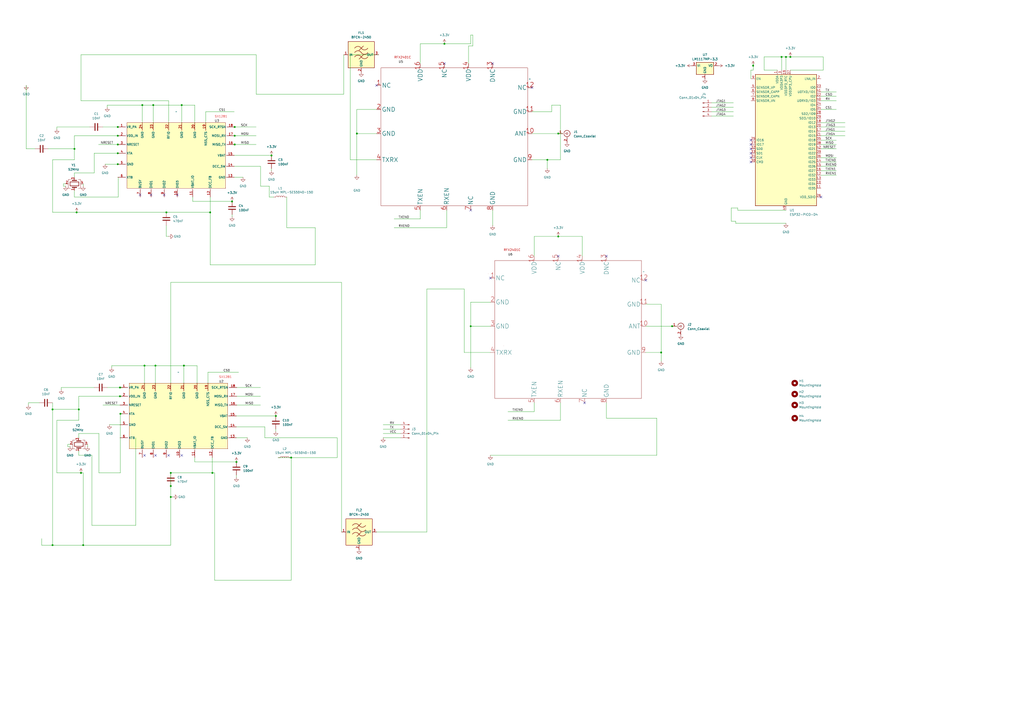
<source format=kicad_sch>
(kicad_sch (version 20250114) (generator "eeschema") (generator_version "9.0")
  (paper "A2")
  (lib_symbols
    (symbol "Connector:Conn_01x04_Pin" (pin_names (offset 1.016) (hide yes))
      (property "Reference" "J" (at 0 5.08 0))
      (property "Value" "Conn_01x04_Pin" (at 0 -7.62 0))
      (symbol "Conn_01x04_Pin_1_1"
        (rectangle (start 0.8636 2.667) (end 0 2.413) (stroke (width 0.1524)) (fill (type outline)))
        (rectangle (start 0.8636 0.127) (end 0 -0.127) (stroke (width 0.1524)) (fill (type outline)))
        (rectangle (start 0.8636 -2.413) (end 0 -2.667) (stroke (width 0.1524)) (fill (type outline)))
        (rectangle (start 0.8636 -4.953) (end 0 -5.207) (stroke (width 0.1524)) (fill (type outline)))
        (polyline (pts (xy 1.27 2.54) (xy 0.8636 2.54)) (stroke (width 0.1524)))
        (polyline (pts (xy 1.27 0) (xy 0.8636 0)) (stroke (width 0.1524)))
        (polyline (pts (xy 1.27 -2.54) (xy 0.8636 -2.54)) (stroke (width 0.1524)))
        (polyline (pts (xy 1.27 -5.08) (xy 0.8636 -5.08)) (stroke (width 0.1524)))
        (pin passive line (at 5.08 2.54 180) (length 3.81) (name "Pin_1") (number "1"))
        (pin passive line (at 5.08 0 180) (length 3.81) (name "Pin_2") (number "2"))
        (pin passive line (at 5.08 -2.54 180) (length 3.81) (name "Pin_3") (number "3"))
        (pin passive line (at 5.08 -5.08 180) (length 3.81) (name "Pin_4") (number "4"))
      )
    )
    (symbol "Connector:Conn_Coaxial" (pin_names (offset 1.016) (hide yes))
      (property "Reference" "J" (at 0.254 3.048 0))
      (property "Value" "Conn_Coaxial" (at 2.921 0 90))
      (symbol "Conn_Coaxial_0_1"
        (polyline (pts (xy -2.54 0) (xy -0.508 0)))
        (arc (start 1.778 0) (mid 0.222 -1.8079) (end -1.778 -0.508) (stroke (width 0.254)))
        (arc (start -1.778 0.508) (mid 0.2221 1.8084) (end 1.778 0) (stroke (width 0.254)))
        (circle (center 0 0) (radius 0.508) (stroke (width 0.2032)))
        (polyline (pts (xy 0 -2.54) (xy 0 -1.778)))
      )
      (symbol "Conn_Coaxial_1_1"
        (pin passive line (at -5.08 0 0) (length 2.54) (name "In") (number "1"))
        (pin passive line (at 0 -5.08 90) (length 2.54) (name "Ext") (number "2"))
      )
    )
    (symbol "Device:C" (pin_numbers (hide yes)) (pin_names (offset 0.254))
      (property "Reference" "C" (at 0.635 2.54 0))
      (property "Value" "C" (at 0.635 -2.54 0))
      (symbol "C_0_1"
        (polyline (pts (xy -2.032 0.762) (xy 2.032 0.762)) (stroke (width 0.508)))
        (polyline (pts (xy -2.032 -0.762) (xy 2.032 -0.762)) (stroke (width 0.508)))
      )
      (symbol "C_1_1"
        (pin passive line (at 0 3.81 270) (length 2.794) (name "~") (number "1"))
        (pin passive line (at 0 -3.81 90) (length 2.794) (name "~") (number "2"))
      )
    )
    (symbol "Device:Crystal_GND24" (pin_names (offset 1.016) (hide yes))
      (property "Reference" "Y" (at 3.175 5.08 0))
      (property "Value" "Crystal_GND24" (at 3.175 3.175 0))
      (symbol "Crystal_GND24_0_1"
        (polyline (pts (xy -2.54 2.286) (xy -2.54 3.556) (xy 2.54 3.556) (xy 2.54 2.286)))
        (polyline (pts (xy -2.54 0) (xy -2.032 0)))
        (polyline (pts (xy -2.54 -2.286) (xy -2.54 -3.556) (xy 2.54 -3.556) (xy 2.54 -2.286)))
        (polyline (pts (xy -2.032 -1.27) (xy -2.032 1.27)) (stroke (width 0.508)))
        (rectangle (start -1.143 2.54) (end 1.143 -2.54) (stroke (width 0.3048)))
        (polyline (pts (xy 0 3.556) (xy 0 3.81)))
        (polyline (pts (xy 0 -3.81) (xy 0 -3.556)))
        (polyline (pts (xy 2.032 0) (xy 2.54 0)))
        (polyline (pts (xy 2.032 -1.27) (xy 2.032 1.27)) (stroke (width 0.508)))
      )
      (symbol "Crystal_GND24_1_1"
        (pin passive line (at -3.81 0 0) (length 1.27) (name "1") (number "1"))
        (pin passive line (at 0 5.08 270) (length 1.27) (name "2") (number "2"))
        (pin passive line (at 0 -5.08 90) (length 1.27) (name "4") (number "4"))
        (pin passive line (at 3.81 0 180) (length 1.27) (name "3") (number "3"))
      )
    )
    (symbol "Device:L" (pin_numbers (hide yes)) (pin_names (offset 1.016) (hide yes))
      (property "Reference" "L" (at -1.27 0 90))
      (property "Value" "L" (at 1.905 0 90))
      (symbol "L_0_1"
        (arc (start 0 2.54) (mid 0.6323 1.905) (end 0 1.27))
        (arc (start 0 1.27) (mid 0.6323 0.635) (end 0 0))
        (arc (start 0 0) (mid 0.6323 -0.635) (end 0 -1.27))
        (arc (start 0 -1.27) (mid 0.6323 -1.905) (end 0 -2.54))
      )
      (symbol "L_1_1"
        (pin passive line (at 0 3.81 270) (length 1.27) (name "1") (number "1"))
        (pin passive line (at 0 -3.81 90) (length 1.27) (name "2") (number "2"))
      )
    )
    (symbol "MCU_Espressif:ESP32-PICO-D4"
      (property "Reference" "U" (at -17.78 39.37 0))
      (property "Value" "ESP32-PICO-D4" (at 3.81 39.37 0))
      (symbol "ESP32-PICO-D4_0_0"
        (pin input line (at -20.32 35.56 0) (length 2.54) (name "EN") (number "9"))
        (pin input line (at -20.32 30.48 0) (length 2.54) (name "SENSOR_VP") (number "5"))
        (pin input line (at -20.32 27.94 0) (length 2.54) (name "SENSOR_CAPP") (number "6"))
        (pin input line (at -20.32 25.4 0) (length 2.54) (name "SENSOR_CAPN") (number "7"))
        (pin input line (at -20.32 22.86 0) (length 2.54) (name "SENSOR_VN") (number "8"))
        (pin bidirectional line (at -20.32 0 0) (length 2.54) (name "IO16") (number "25"))
        (pin bidirectional line (at -20.32 -2.54 0) (length 2.54) (name "IO17") (number "27"))
        (pin bidirectional line (at -20.32 -5.08 0) (length 2.54) (name "SD0") (number "32"))
        (pin bidirectional line (at -20.32 -7.62 0) (length 2.54) (name "SD1") (number "33"))
        (pin bidirectional line (at -20.32 -10.16 0) (length 2.54) (name "CLK") (number "31"))
        (pin bidirectional line (at -20.32 -12.7 0) (length 2.54) (name "CMD") (number "30"))
        (pin no_connect line (at -17.78 -25.4 0) (length 2.54) (hide yes) (name "XTAL_N_NC") (number "44"))
        (pin no_connect line (at -17.78 -27.94 0) (length 2.54) (hide yes) (name "XTAL_P_NC") (number "45"))
        (pin no_connect line (at -17.78 -30.48 0) (length 2.54) (hide yes) (name "CAP2_NC") (number "47"))
        (pin no_connect line (at -17.78 -33.02 0) (length 2.54) (hide yes) (name "CAP1_NC") (number "48"))
        (pin power_in line (at -5.08 40.64 270) (length 2.54) (name "VDDA") (number "1"))
        (pin passive line (at -5.08 40.64 270) (length 2.54) (hide yes) (name "VDDA") (number "43"))
        (pin passive line (at -5.08 40.64 270) (length 2.54) (hide yes) (name "VDDA") (number "46"))
        (pin power_in line (at -2.54 40.64 270) (length 2.54) (name "VDDA3P3") (number "3"))
        (pin passive line (at -2.54 40.64 270) (length 2.54) (hide yes) (name "VDDA3P3") (number "4"))
        (pin power_in line (at 0 40.64 270) (length 2.54) (name "VDD3P3_RTC") (number "19"))
        (pin power_in line (at 0 -40.64 90) (length 2.54) (name "GND") (number "49"))
        (pin power_in line (at 2.54 40.64 270) (length 2.54) (name "VDD3P3_CPU") (number "37"))
        (pin bidirectional line (at 20.32 35.56 180) (length 2.54) (name "LNA_IN") (number "2"))
        (pin bidirectional line (at 20.32 30.48 180) (length 2.54) (name "IO0") (number "23"))
        (pin bidirectional line (at 20.32 27.94 180) (length 2.54) (name "U0TXD/IO1") (number "41"))
        (pin bidirectional line (at 20.32 25.4 180) (length 2.54) (name "IO2") (number "22"))
        (pin bidirectional line (at 20.32 22.86 180) (length 2.54) (name "U0RXD/IO3") (number "40"))
        (pin bidirectional line (at 20.32 20.32 180) (length 2.54) (name "IO4") (number "24"))
        (pin bidirectional line (at 20.32 17.78 180) (length 2.54) (name "IO5") (number "34"))
        (pin bidirectional line (at 20.32 15.24 180) (length 2.54) (name "SD2/IO9") (number "28"))
        (pin bidirectional line (at 20.32 12.7 180) (length 2.54) (name "SD3/IO10") (number "29"))
        (pin bidirectional line (at 20.32 10.16 180) (length 2.54) (name "IO12") (number "18"))
        (pin bidirectional line (at 20.32 7.62 180) (length 2.54) (name "IO13") (number "20"))
        (pin bidirectional line (at 20.32 5.08 180) (length 2.54) (name "IO14") (number "17"))
        (pin bidirectional line (at 20.32 2.54 180) (length 2.54) (name "IO15") (number "21"))
        (pin bidirectional line (at 20.32 0 180) (length 2.54) (name "IO18") (number "35"))
        (pin bidirectional line (at 20.32 -2.54 180) (length 2.54) (name "IO19") (number "38"))
        (pin bidirectional line (at 20.32 -5.08 180) (length 2.54) (name "IO21") (number "42"))
        (pin bidirectional line (at 20.32 -7.62 180) (length 2.54) (name "IO22") (number "39"))
        (pin bidirectional line (at 20.32 -10.16 180) (length 2.54) (name "IO23") (number "36"))
        (pin bidirectional line (at 20.32 -12.7 180) (length 2.54) (name "IO25") (number "14"))
        (pin bidirectional line (at 20.32 -15.24 180) (length 2.54) (name "IO26") (number "15"))
        (pin bidirectional line (at 20.32 -17.78 180) (length 2.54) (name "IO27") (number "16"))
        (pin bidirectional line (at 20.32 -20.32 180) (length 2.54) (name "IO32") (number "12"))
        (pin bidirectional line (at 20.32 -22.86 180) (length 2.54) (name "IO33") (number "13"))
        (pin input line (at 20.32 -25.4 180) (length 2.54) (name "IO34") (number "10"))
        (pin input line (at 20.32 -27.94 180) (length 2.54) (name "IO35") (number "11"))
        (pin power_out line (at 20.32 -33.02 180) (length 2.54) (name "VDD_SDIO") (number "26"))
      )
      (symbol "ESP32-PICO-D4_0_1"
        (rectangle (start -17.78 38.1) (end 17.78 -38.1) (stroke (width 0.254)) (fill (type background)))
      )
    )
    (symbol "Mechanical:MountingHole" (pin_names (offset 1.016)) (in_bom no)
      (property "Reference" "H" (at 0 5.08 0))
      (property "Value" "MountingHole" (at 0 3.175 0))
      (symbol "MountingHole_0_1"
        (circle (center 0 0) (radius 1.27) (stroke (width 1.27)))
      )
    )
    (symbol "New_Library:RF2401C"
      (symbol "RF2401C_0_1"
        (rectangle (start -97.79 27.94) (end -97.79 27.94))
        (rectangle (start -95.25 27.94) (end -95.25 27.94))
        (rectangle (start -93.98 35.56) (end -8.89 -44.45))
        (rectangle (start -88.9 -13.97) (end -88.9 -13.97))
      )
      (symbol "RF2401C_1_1"
        (pin input line (at -96.52 25.4 0) (length 2.54) (name "NC") (number "1"))
        (pin input line (at -96.52 11.43 0) (length 2.54) (name "GND") (number "2"))
        (pin input line (at -96.52 -2.54 0) (length 2.54) (name "GND") (number "3"))
        (pin input line (at -96.52 -17.78 0) (length 2.54) (name "TXRX") (number "4"))
        (pin input line (at -71.12 38.1 270) (length 2.54) (name "VDD") (number "16"))
        (pin input line (at -71.12 -46.99 90) (length 2.54) (name "TXEN") (number "5"))
        (pin input line (at -57.15 38.1 270) (length 2.54) (name "NC") (number "15"))
        (pin input line (at -55.88 -46.99 90) (length 2.54) (name "RXEN") (number "6"))
        (pin input line (at -43.18 38.1 270) (length 2.54) (name "VDD") (number "14"))
        (pin input line (at -41.91 -46.99 90) (length 2.54) (name "NC") (number "7"))
        (pin input line (at -29.21 38.1 270) (length 2.54) (name "DNC") (number "13"))
        (pin input line (at -29.21 -46.99 90) (length 2.54) (name "GND") (number "8"))
        (pin input line (at -6.35 24.13 180) (length 2.54) (name "NC") (number "12"))
        (pin input line (at -6.35 10.16 180) (length 2.54) (name "GND") (number "11"))
        (pin input line (at -6.35 -2.54 180) (length 2.54) (name "ANT") (number "10"))
        (pin input line (at -6.35 -17.78 180) (length 2.54) (name "GND") (number "9"))
      )
    )
    (symbol "RF_Filter:BFCN-2450"
      (property "Reference" "FL" (at 0 10.795 0))
      (property "Value" "BFCN-2450" (at 0 8.89 0))
      (symbol "BFCN-2450_0_1"
        (rectangle (start -7.62 7.62) (end 7.62 -7.62) (stroke (width 0.254)) (fill (type background)))
        (arc (start -3.81 3.81) (mid -1.905 4.8295) (end 0 3.81) (stroke (width 0.254)))
        (arc (start -3.81 1.27) (mid -1.905 2.2895) (end 0 1.27) (stroke (width 0.254)))
        (arc (start -3.81 -1.27) (mid -1.905 -0.2505) (end 0 -1.27) (stroke (width 0.254)))
        (polyline (pts (xy -1.27 2.54) (xy 1.27 5.08)) (stroke (width 0.254)))
        (polyline (pts (xy -1.27 -2.54) (xy 1.27 0)) (stroke (width 0.254)))
        (arc (start 3.81 3.81) (mid 1.905 2.7905) (end 0 3.81) (stroke (width 0.254)))
        (arc (start 3.81 1.27) (mid 1.905 0.2505) (end 0 1.27) (stroke (width 0.254)))
        (arc (start 3.81 -1.27) (mid 1.905 -2.2895) (end 0 -1.27) (stroke (width 0.254)))
      )
      (symbol "BFCN-2450_1_1"
        (pin passive line (at -10.16 0 0) (length 2.54) (name "IN") (number "1"))
        (pin passive line (at 0 -10.16 90) (length 2.54) (name "GND") (number "2"))
        (pin passive line (at 0 -10.16 90) (length 2.54) (hide yes) (name "GND") (number "4"))
        (pin passive line (at 10.16 0 180) (length 2.54) (name "OUT") (number "3"))
      )
    )
    (symbol "Regulator_Linear:LM1117MP-3.3"
      (property "Reference" "U" (at -3.81 3.175 0))
      (property "Value" "LM1117MP-3.3" (at 0 3.175 0))
      (symbol "LM1117MP-3.3_0_1"
        (rectangle (start -5.08 -5.08) (end 5.08 1.905) (stroke (width 0.254)) (fill (type background)))
      )
      (symbol "LM1117MP-3.3_1_1"
        (pin power_in line (at -7.62 0 0) (length 2.54) (name "VI") (number "3"))
        (pin power_in line (at 0 -7.62 90) (length 2.54) (name "GND") (number "1"))
        (pin power_out line (at 7.62 0 180) (length 2.54) (name "VO") (number "2"))
      )
    )
    (symbol "SX1281_1"
      (property "Value" "~" (at -3.175 6.35 0))
      (symbol "SX1281_1_0_1"
        (rectangle (start 25.4 -38.1) (end 25.4 -38.1))
        (rectangle (start 25.4 -38.1) (end 25.4 -38.1))
        (rectangle (start 25.4 -38.1) (end 25.4 -38.1))
      )
      (symbol "SX1281_1_1_1"
        (rectangle (start -31.75 0) (end 25.4 -38.1) (fill (type background)))
        (pin input line (at -37.084 -2.54 0) (length 4.572) (name "VR_PA") (number "1"))
        (pin input line (at -37.084 -7.62 0) (length 4.572) (name "VDD_IN") (number "2"))
        (pin input line (at -37.084 -12.7 0) (length 4.572) (name "NRESET") (number "3"))
        (pin input line (at -37.084 -17.78 0) (length 4.572) (name "XTA") (number "4"))
        (pin input line (at -37.084 -24.13 0) (length 4.572) (name "GND") (number "5"))
        (pin input line (at -37.084 -31.75 0) (length 4.572) (name "XTB") (number "6"))
        (pin input line (at -24.13 -43.18 90) (length 4.572) (name "BUSY") (number "7"))
        (pin power_in line (at -22.86 0 270) (length 4.572) (name "GND") (number "24"))
        (pin bidirectional line (at -17.78 -43.18 90) (length 4.572) (name "DIO1") (number "8"))
        (pin power_in line (at -16.51 0 270) (length 4.572) (name "GND") (number "23"))
        (pin bidirectional line (at -10.16 -43.18 90) (length 4.572) (name "DIO2") (number "9"))
        (pin bidirectional line (at -7.62 0 270) (length 4.572) (name "RFIO") (number "22"))
        (pin bidirectional line (at -2.54 -43.18 90) (length 4.572) (name "DIO3") (number "10"))
        (pin power_in line (at 0 0 270) (length 4.572) (name "GND") (number "21"))
        (pin bidirectional line (at 6.35 -43.18 90) (length 4.572) (name "VBAT_IO") (number "11"))
        (pin power_in line (at 7.62 0 270) (length 4.572) (name "GND") (number "20"))
        (pin input line (at 13.97 0 270) (length 4.572) (name "NSS_CTS") (number "19"))
        (pin bidirectional line (at 16.51 -43.18 90) (length 4.572) (name "DCC_FB") (number "12"))
        (pin power_in line (at 30.48 -19.05 180) (length 4.572) (name "VBAT") (number "15"))
        (pin bidirectional line (at 30.48 -25.4 180) (length 4.572) (name "DCC_SW") (number "14"))
        (pin input line (at 30.48 -31.75 180) (length 4.572) (name "GND") (number "13"))
        (pin input line (at 30.734 -2.54 180) (length 4.572) (name "SCK_RTSN") (number "18"))
        (pin input line (at 30.734 -7.62 180) (length 4.572) (name "MOSI_RX") (number "17"))
        (pin output line (at 30.734 -12.7 180) (length 4.572) (name "MISO_TX") (number "16"))
      )
    )
    (symbol "power:+3.3V" (power) (pin_numbers (hide yes)) (pin_names (offset 0) (hide yes))
      (property "Value" "+3.3V" (at 0 3.556 0))
      (symbol "+3.3V_0_1"
        (polyline (pts (xy -0.762 1.27) (xy 0 2.54)))
        (polyline (pts (xy 0 2.54) (xy 0.762 1.27)))
        (polyline (pts (xy 0 0) (xy 0 2.54)))
      )
      (symbol "+3.3V_1_1"
        (pin power_in line (at 0 0 90) (length 0) (name "~") (number "1"))
      )
    )
    (symbol "power:GND" (power) (pin_numbers (hide yes)) (pin_names (offset 0) (hide yes))
      (property "Value" "GND" (at 0 -3.81 0))
      (symbol "GND_0_1"
        (polyline (pts (xy 0 0) (xy 0 -1.27) (xy 1.27 -1.27) (xy 0 -2.54) (xy -1.27 -1.27) (xy 0 -1.27)))
      )
      (symbol "GND_1_1"
        (pin power_in line (at 0 0 270) (length 0) (name "~") (number "1"))
      )
    )
  )
  (junction (at 43.18 86.36))
  (junction (at 68.326 73.66))
  (junction (at 389.89 189.23))
  (junction (at 168.91 265.43))
  (junction (at 207.01 77.47))
  (junction (at 273.05 189.23))
  (junction (at 68.326 78.74))
  (junction (at 157.48 90.17))
  (junction (at 68.326 83.82))
  (junction (at 69.85 240.03))
  (junction (at 160.02 241.3))
  (junction (at 68.326 95.25))
  (junction (at 134.62 116.84))
  (junction (at 69.596 224.79))
  (junction (at 68.326 88.9))
  (junction (at 88.9 60.96))
  (junction (at 83.82 212.09))
  (junction (at 30.48 237.49))
  (junction (at 96.52 123.19))
  (junction (at 106.68 212.09))
  (junction (at 99.06 288.29))
  (junction (at 99.06 281.94))
  (junction (at 257.81 25.4))
  (junction (at 121.92 123.19))
  (junction (at 455.93 33.02))
  (junction (at 323.85 77.47))
  (junction (at 99.06 274.32))
  (junction (at 137.16 267.97))
  (junction (at 323.85 137.16))
  (junction (at 453.39 33.02))
  (junction (at 45.72 237.49))
  (junction (at 136.144 83.82))
  (junction (at 44.45 123.19))
  (junction (at 48.26 316.23))
  (junction (at 105.41 60.96))
  (junction (at 136.144 73.66))
  (junction (at 46.99 274.32))
  (junction (at 82.55 60.96))
  (junction (at 317.5 92.71))
  (junction (at 69.596 229.87))
  (junction (at 458.47 33.02))
  (junction (at 383.54 204.47))
  (junction (at 136.144 78.74))
  (junction (at 30.48 316.23))
  (junction (at 90.17 212.09))
  (junction (at 123.19 274.32))
  (junction (at 436.88 38.1))
  (no_connect (at 284.48 161.29))
  (no_connect (at 374.65 162.56))
  (no_connect (at 435.61 93.98))
  (no_connect (at 285.75 36.83))
  (no_connect (at 87.63 113.03))
  (no_connect (at 323.85 148.59))
  (no_connect (at 97.79 264.16))
  (no_connect (at 95.25 113.03))
  (no_connect (at 90.17 264.16))
  (no_connect (at 351.79 148.59))
  (no_connect (at 81.28 113.03))
  (no_connect (at 435.61 81.28))
  (no_connect (at 218.44 49.53))
  (no_connect (at 435.61 86.36))
  (no_connect (at 339.09 233.68))
  (no_connect (at 476.25 114.3))
  (no_connect (at 308.61 50.8))
  (no_connect (at 105.41 264.16))
  (no_connect (at 435.61 91.44))
  (no_connect (at 435.61 83.82))
  (no_connect (at 435.61 88.9))
  (no_connect (at 273.05 121.92))
  (no_connect (at 83.82 264.16))
  (no_connect (at 102.87 113.03))
  (no_connect (at 257.81 36.83))
  (wire (pts (xy 43.18 100.33) (xy 43.18 102.87)))
  (wire (pts (xy 427.99 121.92) (xy 455.93 121.92)))
  (wire (pts (xy 309.88 233.68) (xy 309.88 238.76)))
  (wire (pts (xy 269.24 167.64) (xy 247.65 167.64)))
  (wire (pts (xy 27.94 86.36) (xy 43.18 86.36)))
  (wire (pts (xy 309.88 137.16) (xy 323.85 137.16)))
  (wire (pts (xy 199.39 54.61) (xy 199.39 31.75)))
  (wire (pts (xy 426.72 128.27) (xy 426.72 129.54)))
  (wire (pts (xy 68.326 78.74) (xy 43.18 78.74)))
  (wire (pts (xy 453.39 40.64) (xy 453.39 33.02)))
  (wire (pts (xy 195.58 265.43) (xy 168.91 265.43)))
  (wire (pts (xy 99.06 163.83) (xy 99.06 222.25)))
  (wire (pts (xy 309.88 148.59) (xy 309.88 137.16)))
  (wire (pts (xy 160.02 248.92) (xy 160.02 250.19)))
  (wire (pts (xy 476.25 58.42) (xy 485.14 58.42)))
  (wire (pts (xy 35.56 224.79) (xy 54.61 224.79)))
  (wire (pts (xy 243.84 25.4) (xy 257.81 25.4)))
  (wire (pts (xy 477.52 33.02) (xy 477.52 40.64)))
  (wire (pts (xy 46.99 31.75) (xy 46.99 58.42)))
  (wire (pts (xy 476.25 71.12) (xy 490.22 71.12)))
  (wire (pts (xy 54.61 100.33) (xy 43.18 100.33)))
  (wire (pts (xy 273.05 25.4) (xy 257.81 25.4)))
  (wire (pts (xy 166.37 132.08) (xy 166.37 114.3)))
  (wire (pts (xy 39.37 259.08) (xy 40.64 259.08)))
  (wire (pts (xy 45.72 237.49) (xy 45.72 243.84)))
  (wire (pts (xy 62.23 224.79) (xy 69.596 224.79)))
  (wire (pts (xy 325.12 60.96) (xy 325.12 92.71)))
  (wire (pts (xy 16.51 233.68) (xy 16.51 234.95)))
  (wire (pts (xy 443.23 40.64) (xy 443.23 33.02)))
  (wire (pts (xy 153.67 247.65) (xy 153.67 254)))
  (wire (pts (xy 96.52 137.16) (xy 96.52 130.81)))
  (wire (pts (xy 325.12 92.71) (xy 317.5 92.71)))
  (wire (pts (xy 68.326 73.66) (xy 68.58 73.66)))
  (wire (pts (xy 153.67 254) (xy 195.58 254)))
  (wire (pts (xy 111.76 116.84) (xy 134.62 116.84)))
  (wire (pts (xy 124.46 274.32) (xy 123.19 274.32)))
  (wire (pts (xy 443.23 40.64) (xy 450.85 40.64)))
  (wire (pts (xy 325.12 233.68) (xy 325.12 243.84)))
  (wire (pts (xy 168.91 265.43) (xy 168.91 336.55)))
  (wire (pts (xy 351.79 242.57) (xy 381 242.57)))
  (wire (pts (xy 476.25 55.88) (xy 485.14 55.88)))
  (wire (pts (xy 308.61 77.47) (xy 323.85 77.47)))
  (wire (pts (xy 273.05 175.26) (xy 273.05 189.23)))
  (wire (pts (xy 436.88 40.64) (xy 435.61 40.64)))
  (wire (pts (xy 68.58 102.87) (xy 68.58 114.3)))
  (wire (pts (xy 259.08 121.92) (xy 259.08 132.08)))
  (wire (pts (xy 60.96 95.25) (xy 68.326 95.25)))
  (wire (pts (xy 247.65 167.64) (xy 247.65 308.61)))
  (wire (pts (xy 43.18 92.71) (xy 30.48 92.71)))
  (wire (pts (xy 476.25 101.6) (xy 485.14 101.6)))
  (wire (pts (xy 476.25 81.28) (xy 485.14 81.28)))
  (wire (pts (xy 135.89 102.87) (xy 140.97 102.87)))
  (wire (pts (xy 383.54 176.53) (xy 383.54 204.47)))
  (wire (pts (xy 453.39 33.02) (xy 455.93 33.02)))
  (wire (pts (xy 43.18 110.49) (xy 43.18 114.3)))
  (wire (pts (xy 106.68 222.25) (xy 106.68 212.09)))
  (wire (pts (xy 121.92 123.19) (xy 121.92 114.3)))
  (wire (pts (xy 374.65 204.47) (xy 383.54 204.47)))
  (wire (pts (xy 113.03 267.97) (xy 137.16 267.97)))
  (wire (pts (xy 476.25 53.34) (xy 485.14 53.34)))
  (wire (pts (xy 57.15 83.82) (xy 68.326 83.82)))
  (wire (pts (xy 273.05 189.23) (xy 273.05 213.36)))
  (wire (pts (xy 106.68 212.09) (xy 114.3 212.09)))
  (wire (pts (xy 48.26 316.23) (xy 99.06 316.23)))
  (wire (pts (xy 476.25 93.98) (xy 485.14 93.98)))
  (wire (pts (xy 135.89 96.52) (xy 151.13 96.52)))
  (wire (pts (xy 36.83 107.95) (xy 38.1 107.95)))
  (wire (pts (xy 69.85 240.03) (xy 69.596 240.03)))
  (wire (pts (xy 48.26 316.23) (xy 48.26 274.32)))
  (wire (pts (xy 33.02 73.66) (xy 33.02 74.93)))
  (wire (pts (xy 269.24 204.47) (xy 269.24 167.64)))
  (wire (pts (xy 78.74 254) (xy 78.74 304.8)))
  (wire (pts (xy 476.25 99.06) (xy 485.14 99.06)))
  (wire (pts (xy 458.47 33.02) (xy 477.52 33.02)))
  (wire (pts (xy 476.25 86.36) (xy 485.14 86.36)))
  (wire (pts (xy 68.326 88.9) (xy 54.61 88.9)))
  (wire (pts (xy 157.48 97.79) (xy 157.48 99.06)))
  (wire (pts (xy 45.72 251.46) (xy 45.72 254)))
  (wire (pts (xy 69.596 229.87) (xy 71.12 229.87)))
  (wire (pts (xy 476.25 76.2) (xy 490.22 76.2)))
  (wire (pts (xy 351.79 233.68) (xy 351.79 242.57)))
  (wire (pts (xy 30.48 92.71) (xy 30.48 123.19)))
  (wire (pts (xy 82.55 60.96) (xy 62.23 60.96)))
  (wire (pts (xy 207.01 77.47) (xy 218.44 77.47)))
  (wire (pts (xy 182.88 153.67) (xy 121.92 153.67)))
  (wire (pts (xy 40.64 257.81) (xy 39.37 257.81)))
  (wire (pts (xy 111.76 114.3) (xy 111.76 116.84)))
  (wire (pts (xy 247.65 308.61) (xy 218.44 308.61)))
  (wire (pts (xy 59.69 73.66) (xy 68.326 73.66)))
  (wire (pts (xy 137.414 229.87) (xy 151.13 229.87)))
  (wire (pts (xy 30.48 123.19) (xy 44.45 123.19)))
  (wire (pts (xy 33.02 274.32) (xy 46.99 274.32)))
  (wire (pts (xy 198.12 163.83) (xy 198.12 308.61)))
  (wire (pts (xy 120.65 215.9) (xy 138.43 215.9)))
  (wire (pts (xy 96.52 137.16) (xy 97.79 137.16)))
  (wire (pts (xy 123.19 274.32) (xy 123.19 265.43)))
  (wire (pts (xy 182.88 132.08) (xy 182.88 153.67)))
  (wire (pts (xy 44.45 123.19) (xy 96.52 123.19)))
  (wire (pts (xy 62.23 60.96) (xy 62.23 62.23)))
  (wire (pts (xy 69.596 229.87) (xy 45.72 229.87)))
  (wire (pts (xy 274.32 26.67) (xy 271.78 26.67)))
  (wire (pts (xy 137.16 275.59) (xy 137.16 276.86)))
  (wire (pts (xy 182.88 132.08) (xy 166.37 132.08)))
  (wire (pts (xy 284.48 204.47) (xy 269.24 204.47)))
  (wire (pts (xy 320.04 64.77) (xy 308.61 64.77)))
  (wire (pts (xy 134.62 124.46) (xy 134.62 125.73)))
  (wire (pts (xy 137.414 234.95) (xy 151.13 234.95)))
  (wire (pts (xy 207.01 63.5) (xy 207.01 77.47)))
  (wire (pts (xy 323.85 137.16) (xy 337.82 137.16)))
  (wire (pts (xy 30.48 237.49) (xy 45.72 237.49)))
  (wire (pts (xy 222.25 254) (xy 232.41 254)))
  (wire (pts (xy 30.48 316.23) (xy 30.48 237.49)))
  (wire (pts (xy 294.64 238.76) (xy 309.88 238.76)))
  (wire (pts (xy 68.326 95.25) (xy 68.58 95.25)))
  (wire (pts (xy 222.25 246.38) (xy 232.41 246.38)))
  (wire (pts (xy 16.51 233.68) (xy 22.86 233.68)))
  (wire (pts (xy 381 264.16) (xy 284.48 264.16)))
  (wire (pts (xy 273.05 20.32) (xy 273.05 25.4)))
  (wire (pts (xy 38.1 106.68) (xy 36.83 106.68)))
  (wire (pts (xy 412.75 59.69) (xy 425.45 59.69)))
  (wire (pts (xy 476.25 83.82) (xy 485.14 83.82)))
  (wire (pts (xy 15.24 86.36) (xy 20.32 86.36)))
  (wire (pts (xy 83.82 212.09) (xy 64.77 212.09)))
  (wire (pts (xy 105.41 71.12) (xy 105.41 60.96)))
  (wire (pts (xy 57.404 251.46) (xy 45.72 251.46)))
  (wire (pts (xy 135.89 78.74) (xy 136.144 78.74)))
  (wire (pts (xy 82.55 71.12) (xy 82.55 60.96)))
  (wire (pts (xy 113.03 265.43) (xy 113.03 267.97)))
  (wire (pts (xy 15.24 86.36) (xy 15.24 49.53)))
  (wire (pts (xy 99.06 316.23) (xy 99.06 288.29)))
  (wire (pts (xy 24.13 316.23) (xy 30.48 316.23)))
  (wire (pts (xy 48.26 106.68) (xy 48.26 107.95)))
  (wire (pts (xy 136.144 78.74) (xy 148.59 78.74)))
  (wire (pts (xy 243.84 36.83) (xy 243.84 25.4)))
  (wire (pts (xy 323.85 77.47) (xy 326.39 77.47)))
  (wire (pts (xy 99.06 288.29) (xy 100.33 288.29)))
  (wire (pts (xy 96.52 123.19) (xy 121.92 123.19)))
  (wire (pts (xy 53.34 304.8) (xy 78.74 304.8)))
  (wire (pts (xy 97.79 58.42) (xy 97.79 71.12)))
  (wire (pts (xy 136.144 83.82) (xy 148.59 83.82)))
  (wire (pts (xy 33.02 243.84) (xy 33.02 274.32)))
  (wire (pts (xy 120.65 222.25) (xy 120.65 215.9)))
  (wire (pts (xy 35.56 224.79) (xy 35.56 226.06)))
  (wire (pts (xy 320.04 60.96) (xy 320.04 64.77)))
  (wire (pts (xy 99.06 288.29) (xy 99.06 281.94)))
  (wire (pts (xy 412.75 62.23) (xy 425.45 62.23)))
  (wire (pts (xy 317.5 92.71) (xy 317.5 97.79)))
  (wire (pts (xy 374.65 176.53) (xy 383.54 176.53)))
  (wire (pts (xy 119.38 64.77) (xy 135.89 64.77)))
  (wire (pts (xy 458.47 40.64) (xy 477.52 40.64)))
  (wire (pts (xy 69.85 274.32) (xy 57.404 274.32)))
  (wire (pts (xy 476.25 73.66) (xy 490.22 73.66)))
  (wire (pts (xy 436.88 36.83) (xy 436.88 38.1)))
  (wire (pts (xy 168.91 265.43) (xy 161.29 265.43)))
  (wire (pts (xy 53.34 264.16) (xy 45.72 264.16)))
  (wire (pts (xy 426.72 129.54) (xy 455.93 129.54)))
  (wire (pts (xy 284.48 175.26) (xy 273.05 175.26)))
  (wire (pts (xy 45.72 243.84) (xy 33.02 243.84)))
  (wire (pts (xy 135.89 90.17) (xy 157.48 90.17)))
  (wire (pts (xy 455.93 33.02) (xy 458.47 33.02)))
  (wire (pts (xy 435.61 40.64) (xy 435.61 45.72)))
  (wire (pts (xy 50.8 257.81) (xy 50.8 259.08)))
  (wire (pts (xy 228.6 127) (xy 243.84 127)))
  (wire (pts (xy 43.18 78.74) (xy 43.18 86.36)))
  (wire (pts (xy 45.72 264.16) (xy 45.72 261.62)))
  (wire (pts (xy 381 242.57) (xy 381 264.16)))
  (wire (pts (xy 39.37 257.81) (xy 39.37 259.08)))
  (wire (pts (xy 148.59 31.75) (xy 46.99 31.75)))
  (wire (pts (xy 168.91 336.55) (xy 124.46 336.55)))
  (wire (pts (xy 218.44 92.71) (xy 203.2 92.71)))
  (wire (pts (xy 455.93 40.64) (xy 455.93 33.02)))
  (wire (pts (xy 137.16 247.65) (xy 153.67 247.65)))
  (wire (pts (xy 320.04 60.96) (xy 325.12 60.96)))
  (wire (pts (xy 243.84 121.92) (xy 243.84 127)))
  (wire (pts (xy 285.75 121.92) (xy 285.75 130.81)))
  (wire (pts (xy 69.85 274.32) (xy 69.85 240.03)))
  (wire (pts (xy 207.01 77.47) (xy 207.01 101.6)))
  (wire (pts (xy 156.21 114.3) (xy 158.75 114.3)))
  (wire (pts (xy 24.13 316.23) (xy 24.13 312.42)))
  (wire (pts (xy 88.9 60.96) (xy 82.55 60.96)))
  (wire (pts (xy 54.61 88.9) (xy 54.61 100.33)))
  (wire (pts (xy 218.44 63.5) (xy 207.01 63.5)))
  (wire (pts (xy 424.18 128.27) (xy 426.72 128.27)))
  (wire (pts (xy 274.32 20.32) (xy 274.32 26.67)))
  (wire (pts (xy 412.75 64.77) (xy 425.45 64.77)))
  (wire (pts (xy 271.78 26.67) (xy 271.78 36.83)))
  (wire (pts (xy 90.17 212.09) (xy 106.68 212.09)))
  (wire (pts (xy 148.59 54.61) (xy 148.59 31.75)))
  (wire (pts (xy 308.61 92.71) (xy 317.5 92.71)))
  (wire (pts (xy 33.02 73.66) (xy 52.07 73.66)))
  (wire (pts (xy 424.18 120.65) (xy 424.18 128.27)))
  (wire (pts (xy 137.414 224.79) (xy 151.13 224.79)))
  (wire (pts (xy 156.21 107.95) (xy 156.21 114.3)))
  (wire (pts (xy 476.25 91.44) (xy 485.14 91.44)))
  (wire (pts (xy 389.89 189.23) (xy 392.43 189.23)))
  (wire (pts (xy 46.99 58.42) (xy 97.79 58.42)))
  (wire (pts (xy 119.38 71.12) (xy 119.38 64.77)))
  (wire (pts (xy 57.404 274.32) (xy 57.404 251.46)))
  (wire (pts (xy 294.64 243.84) (xy 325.12 243.84)))
  (wire (pts (xy 135.89 73.66) (xy 136.144 73.66)))
  (wire (pts (xy 48.26 274.32) (xy 46.99 274.32)))
  (wire (pts (xy 64.77 212.09) (xy 64.77 213.36)))
  (wire (pts (xy 135.89 83.82) (xy 136.144 83.82)))
  (wire (pts (xy 151.13 107.95) (xy 156.21 107.95)))
  (wire (pts (xy 427.99 120.65) (xy 427.99 121.92)))
  (wire (pts (xy 374.65 189.23) (xy 389.89 189.23)))
  (wire (pts (xy 148.59 54.61) (xy 199.39 54.61)))
  (wire (pts (xy 68.58 78.74) (xy 68.326 78.74)))
  (wire (pts (xy 136.144 73.66) (xy 148.59 73.66)))
  (wire (pts (xy 83.82 212.09) (xy 90.17 212.09)))
  (wire (pts (xy 114.3 222.25) (xy 114.3 212.09)))
  (wire (pts (xy 45.72 229.87) (xy 45.72 237.49)))
  (wire (pts (xy 424.18 120.65) (xy 427.99 120.65)))
  (wire (pts (xy 203.2 31.75) (xy 219.71 31.75)))
  (wire (pts (xy 124.46 336.55) (xy 124.46 274.32)))
  (wire (pts (xy 113.03 60.96) (xy 105.41 60.96)))
  (wire (pts (xy 30.48 237.49) (xy 30.48 233.68)))
  (wire (pts (xy 113.03 71.12) (xy 113.03 60.96)))
  (wire (pts (xy 69.596 224.79) (xy 71.12 224.79)))
  (wire (pts (xy 99.06 274.32) (xy 123.19 274.32)))
  (wire (pts (xy 59.69 234.95) (xy 69.596 234.95)))
  (wire (pts (xy 412.75 67.31) (xy 425.45 67.31)))
  (wire (pts (xy 198.12 163.83) (xy 99.06 163.83)))
  (wire (pts (xy 476.25 78.74) (xy 490.22 78.74)))
  (wire (pts (xy 121.92 153.67) (xy 121.92 123.19)))
  (wire (pts (xy 63.5 246.38) (xy 69.596 246.38)))
  (wire (pts (xy 228.6 132.08) (xy 259.08 132.08)))
  (wire (pts (xy 68.326 83.82) (xy 68.58 83.82)))
  (wire (pts (xy 443.23 33.02) (xy 453.39 33.02)))
  (wire (pts (xy 203.2 92.71) (xy 203.2 31.75)))
  (wire (pts (xy 383.54 204.47) (xy 383.54 209.55)))
  (wire (pts (xy 151.13 96.52) (xy 151.13 107.95)))
  (wire (pts (xy 83.82 222.25) (xy 83.82 212.09)))
  (wire (pts (xy 137.16 254) (xy 143.51 254)))
  (wire (pts (xy 337.82 137.16) (xy 337.82 148.59)))
  (wire (pts (xy 476.25 63.5) (xy 485.14 63.5)))
  (wire (pts (xy 30.48 316.23) (xy 48.26 316.23)))
  (wire (pts (xy 105.41 60.96) (xy 88.9 60.96)))
  (wire (pts (xy 53.34 264.16) (xy 53.34 304.8)))
  (wire (pts (xy 90.17 222.25) (xy 90.17 212.09)))
  (wire (pts (xy 137.16 241.3) (xy 160.02 241.3)))
  (wire (pts (xy 222.25 251.46) (xy 232.41 251.46)))
  (wire (pts (xy 195.58 254) (xy 195.58 265.43)))
  (wire (pts (xy 68.58 88.9) (xy 68.326 88.9)))
  (wire (pts (xy 273.05 20.32) (xy 274.32 20.32)))
  (wire (pts (xy 222.25 248.92) (xy 232.41 248.92)))
  (wire (pts (xy 69.85 240.03) (xy 71.12 240.03)))
  (wire (pts (xy 99.06 281.94) (xy 99.06 274.32)))
  (wire (pts (xy 273.05 189.23) (xy 284.48 189.23)))
  (wire (pts (xy 436.88 38.1) (xy 436.88 40.64)))
  (wire (pts (xy 88.9 71.12) (xy 88.9 60.96)))
  (wire (pts (xy 43.18 114.3) (xy 68.58 114.3)))
  (wire (pts (xy 36.83 106.68) (xy 36.83 107.95)))
  (wire (pts (xy 43.18 86.36) (xy 43.18 92.71)))
  (wire (pts (xy 476.25 96.52) (xy 485.14 96.52)))
  (label "MOSI" (at 139.7 78.74 0))
  (label "JTAG2" (at 415.29 62.23 0))
  (label "RXENO" (at 478.79 96.52 0))
  (label "NRESET" (at 477.52 86.36 0))
  (label "TXENO" (at 231.14 127 0))
  (label "RFX2401C" (at 292.1 146.05 0))
  (label "TX" (at 478.79 53.34 0))
  (label "SCK" (at 478.79 81.28 0))
  (label "JTAG1" (at 478.79 76.2 0))
  (label "JTAG2" (at 478.79 71.12 0))
  (label "MOSI" (at 142.24 229.87 0))
  (label "RFX2401C" (at 228.6 34.29 0))
  (label "SCK" (at 139.7 73.66 0))
  (label "CS0" (at 129.54 215.9 0))
  (label "U3" (at 124.46 71.12 0))
  (label "SCK" (at 142.24 224.79 0))
  (label "TX" (at 226.06 248.92 0))
  (label "RX" (at 478.79 58.42 0))
  (label "VCC" (at 226.06 251.46 0))
  (label "MISO" (at 139.7 83.82 0))
  (label "TXENO" (at 297.18 238.76 0))
  (label "JTAG4" (at 478.79 78.74 0))
  (label "CS1" (at 478.79 63.5 0))
  (label "U6" (at 294.64 148.59 0))
  (label "U2" (at 127 222.25 0))
  (label "RX" (at 226.06 246.38 0))
  (label "NRESET" (at 60.96 234.95 0))
  (label "MISO" (at 478.79 83.82 0))
  (label "TXENO" (at 478.79 93.98 0))
  (label "JTAG3" (at 415.29 64.77 0))
  (label "SX1281" (at 124.46 68.58 0))
  (label "RXEN1" (at 478.79 101.6 0))
  (label "RXENO" (at 231.14 132.08 0))
  (label "MISO" (at 142.24 234.95 0))
  (label "JTAG1" (at 415.29 59.69 0))
  (label "NRESET" (at 58.42 83.82 0))
  (label "RXENO" (at 297.18 243.84 0))
  (label "MOSI" (at 478.79 91.44 0))
  (label "CS1" (at 127 64.77 0))
  (label "U5" (at 231.14 36.83 0))
  (label "JTAG4" (at 415.29 67.31 0))
  (label "JTAG3" (at 478.79 73.66 0))
  (label "CSO" (at 478.79 55.88 0))
  (label "SX1281" (at 127 219.71 0))
  (label "TXEN1" (at 478.79 99.06 0))
  (symbol (lib_id "power:+3.3V") (at 137.16 267.97 0) (unit 1)
    (property "Reference" "#PWR025" (effects (hide yes)))
    (property "Value" "+3.3V" (at 137.16 262.89 0))
    (property "Description" "Power symbol creates a global label with name \"+3.3V\"" (effects (hide yes)))
  )
  (symbol (lib_id "power:GND") (at 455.93 129.54 0) (unit 1)
    (property "Reference" "#PWR016" (effects (hide yes)))
    (property "Value" "GND" (at 455.93 134.62 0))
    (property "Description" "Power symbol creates a global label with name \"GND\" , ground" (effects (hide yes)))
  )
  (symbol (lib_id "Device:L") (at 162.56 114.3 90) (unit 1)
    (property "Reference" "L1" (at 162.56 109.22 90))
    (property "Value" "15uH MPL-SES5040-150" (at 169.164 111.506 90))
    (property "Footprint" "Inductor_SMD:L_APV_ANR5045" (effects (hide yes)))
    (property "Description" "Inductor" (effects (hide yes)))
  )
  (symbol (lib_id "Connector:Conn_Coaxial") (at 328.93 77.47 0) (unit 1)
    (property "Reference" "J1" (at 332.74 76.4931 0) (effects (justify left)))
    (property "Value" "Conn_Coaxial" (at 332.74 79.0331 0) (effects (justify left)))
    (property "Footprint" "Connector_Coaxial:U.FL_Molex_MCRF_73412-0110_Vertical" (effects (hide yes)))
    (property "Description" "coaxial connector (BNC, SMA, SMB, SMC, Cinch/RCA, LEMO, ...)" (effects (hide yes)))
  )
  (symbol (lib_id "power:GND") (at 408.94 45.72 0) (unit 1)
    (property "Reference" "#PWR045" (effects (hide yes)))
    (property "Value" "GND" (at 408.94 50.8 0))
    (property "Description" "Power symbol creates a global label with name \"GND\" , ground" (effects (hide yes)))
  )
  (symbol (lib_id "power:+3.3V") (at 46.99 274.32 0) (unit 1)
    (property "Reference" "#PWR020" (effects (hide yes)))
    (property "Value" "+3.3V" (at 46.99 269.24 0))
    (property "Description" "Power symbol creates a global label with name \"+3.3V\"" (effects (hide yes)))
  )
  (symbol (lib_id "power:GND") (at 140.97 102.87 0) (unit 1)
    (property "Reference" "#PWR03" (effects (hide yes)))
    (property "Value" "GND" (at 140.97 107.95 0))
    (property "Description" "Power symbol creates a global label with name \"GND\" , ground" (effects (hide yes)))
  )
  (symbol (lib_id "Device:C") (at 157.48 93.98 180) (unit 1)
    (property "Reference" "C3" (at 161.29 92.7099 0) (effects (justify right)))
    (property "Value" "100nF" (at 161.29 95.2499 0) (effects (justify right)))
    (property "Footprint" "Capacitor_SMD:C_0603_1608Metric_Pad1.08x0.95mm_HandSolder" (effects (hide yes)))
    (property "Description" "Unpolarized capacitor" (effects (hide yes)))
  )
  (symbol (lib_id "power:GND") (at 208.28 318.77 0) (unit 1)
    (property "Reference" "#PWR038" (effects (hide yes)))
    (property "Value" "GND" (at 208.28 323.85 0))
    (property "Description" "Power symbol creates a global label with name \"GND\" , ground" (effects (hide yes)))
  )
  (symbol (lib_name "SX1281_1") (lib_id "New_Library:SX1281") (at 106.68 222.25 0) (unit 1)
    (property "Reference" "U3" (effects (hide yes)))
    (property "Value" "~" (at 103.505 215.9 0))
    (property "Footprint" "Package_DFN_QFN:QFN-24-1EP_4x4mm_P0.5mm_EP2.7x2.7mm" (effects (hide yes)))
  )
  (symbol (lib_id "Device:C") (at 55.88 73.66 90) (unit 1)
    (property "Reference" "C1" (at 55.88 66.04 90))
    (property "Value" "10nF" (at 55.88 68.58 90))
    (property "Footprint" "Capacitor_SMD:C_0603_1608Metric_Pad1.08x0.95mm_HandSolder" (effects (hide yes)))
    (property "Description" "Unpolarized capacitor" (effects (hide yes)))
  )
  (symbol (lib_id "power:GND") (at 33.02 74.93 0) (unit 1)
    (property "Reference" "#PWR06" (effects (hide yes)))
    (property "Value" "GND" (at 33.02 80.01 0))
    (property "Description" "Power symbol creates a global label with name \"GND\" , ground" (effects (hide yes)))
  )
  (symbol (lib_id "power:GND") (at 64.77 213.36 0) (unit 1)
    (property "Reference" "#PWR023" (effects (hide yes)))
    (property "Value" "GND" (at 64.77 218.44 0))
    (property "Description" "Power symbol creates a global label with name \"GND\" , ground" (effects (hide yes)))
  )
  (symbol (lib_id "power:+3.3V") (at 401.32 38.1 90) (unit 1)
    (property "Reference" "#PWR044" (effects (hide yes)))
    (property "Value" "+3.3V" (at 397.51 38.0999 90) (effects (justify left)))
    (property "Description" "Power symbol creates a global label with name \"+3.3V\"" (effects (hide yes)))
  )
  (symbol (lib_id "power:GND") (at 62.23 62.23 0) (unit 1)
    (property "Reference" "#PWR01" (effects (hide yes)))
    (property "Value" "GND" (at 62.23 67.31 0))
    (property "Description" "Power symbol creates a global label with name \"GND\" , ground" (effects (hide yes)))
  )
  (symbol (lib_id "Device:C") (at 26.67 233.68 90) (unit 1)
    (property "Reference" "C6" (at 26.67 226.06 90))
    (property "Value" "10nF" (at 26.67 228.6 90))
    (property "Footprint" "Capacitor_SMD:C_0603_1608Metric_Pad1.08x0.95mm_HandSolder" (effects (hide yes)))
    (property "Description" "Unpolarized capacitor" (effects (hide yes)))
  )
  (symbol (lib_id "Device:Crystal_GND24") (at 45.72 257.81 90) (unit 1)
    (property "Reference" "Y2" (at 45.212 246.888 90))
    (property "Value" "52MHz" (at 45.212 249.428 90))
    (property "Description" "Four pin crystal, GND on pins 2 and 4" (effects (hide yes)))
  )
  (symbol (lib_id "Mechanical:MountingHole") (at 461.01 242.57 0) (unit 1) (in_bom no)
    (property "Reference" "H4" (at 463.55 241.2999 0) (effects (justify left)))
    (property "Value" "MountingHole" (at 463.55 243.8399 0) (effects (justify left)))
    (property "Footprint" "MountingHole:MountingHole_3.2mm_M3" (effects (hide yes)))
    (property "Description" "Mounting Hole without connection" (effects (hide yes)))
  )
  (symbol (lib_id "Connector:Conn_01x04_Pin") (at 237.49 251.46 180) (unit 1)
    (property "Reference" "J3" (at 238.76 248.9199 0) (effects (justify right)))
    (property "Value" "Conn_01x04_Pin" (at 238.76 251.4599 0) (effects (justify right)))
    (property "Footprint" "Connector_JST:JST_GH_SM04B-GHS-TB_1x04-1MP_P1.25mm_Horizontal" (effects (hide yes)))
    (property "Description" "Generic connector, single row, 01x04, script generated" (effects (hide yes)))
  )
  (symbol (lib_id "power:+3.3V") (at 323.85 137.16 0) (unit 1)
    (property "Reference" "#PWR039" (effects (hide yes)))
    (property "Value" "+3.3V" (at 323.85 132.08 0))
    (property "Description" "Power symbol creates a global label with name \"+3.3V\"" (effects (hide yes)))
  )
  (symbol (lib_id "power:GND") (at 273.05 213.36 0) (unit 1)
    (property "Reference" "#PWR037" (effects (hide yes)))
    (property "Value" "GND" (at 273.05 218.44 0))
    (property "Description" "Power symbol creates a global label with name \"GND\" , ground" (effects (hide yes)))
  )
  (symbol (lib_id "power:GND") (at 394.97 194.31 0) (unit 1)
    (property "Reference" "#PWR035" (effects (hide yes)))
    (property "Value" "GND" (at 394.97 199.39 0))
    (property "Description" "Power symbol creates a global label with name \"GND\" , ground" (effects (hide yes)))
  )
  (symbol (lib_id "New_Library:RF2401C") (at 381 186.69 0) (unit 1)
    (property "Reference" "U6" (effects (hide yes)))
    (property "Value" "~" (at 373.38 157.5687 0))
    (property "Footprint" "Package_DFN_QFN:QFN-16-1EP_3x3mm_P0.5mm_EP1.75x1.75mm" (effects (hide yes)))
  )
  (symbol (lib_id "power:+3.3V") (at 416.56 38.1 270) (unit 1)
    (property "Reference" "#PWR043" (effects (hide yes)))
    (property "Value" "+3.3V" (at 420.37 38.0999 90) (effects (justify left)))
    (property "Description" "Power symbol creates a global label with name \"+3.3V\"" (effects (hide yes)))
  )
  (symbol (lib_id "power:GND") (at 285.75 130.81 0) (unit 1)
    (property "Reference" "#PWR032" (effects (hide yes)))
    (property "Value" "GND" (at 285.75 135.89 0))
    (property "Description" "Power symbol creates a global label with name \"GND\" , ground" (effects (hide yes)))
  )
  (symbol (lib_id "power:GND") (at 60.96 95.25 0) (unit 1)
    (property "Reference" "#PWR02" (effects (hide yes)))
    (property "Value" "GND" (at 60.96 100.33 0))
    (property "Description" "Power symbol creates a global label with name \"GND\" , ground" (effects (hide yes)))
  )
  (symbol (lib_id "power:GND") (at 383.54 209.55 0) (unit 1)
    (property "Reference" "#PWR041" (effects (hide yes)))
    (property "Value" "GND" (at 383.54 214.63 0))
    (property "Description" "Power symbol creates a global label with name \"GND\" , ground" (effects (hide yes)))
  )
  (symbol (lib_id "power:GND") (at 328.93 82.55 0) (unit 1)
    (property "Reference" "#PWR036" (effects (hide yes)))
    (property "Value" "GND" (at 328.93 87.63 0))
    (property "Description" "Power symbol creates a global label with name \"GND\" , ground" (effects (hide yes)))
  )
  (symbol (lib_id "power:GND") (at 63.5 246.38 0) (unit 1)
    (property "Reference" "#PWR022" (effects (hide yes)))
    (property "Value" "GND" (at 63.5 251.46 0))
    (property "Description" "Power symbol creates a global label with name \"GND\" , ground" (effects (hide yes)))
  )
  (symbol (lib_id "power:GND") (at 100.33 288.29 90) (unit 1)
    (property "Reference" "#PWR024" (effects (hide yes)))
    (property "Value" "GND" (at 105.41 288.29 90))
    (property "Description" "Power symbol creates a global label with name \"GND\" , ground" (effects (hide yes)))
  )
  (symbol (lib_id "power:GND") (at 143.51 254 0) (unit 1)
    (property "Reference" "#PWR027" (effects (hide yes)))
    (property "Value" "GND" (at 143.51 259.08 0))
    (property "Description" "Power symbol creates a global label with name \"GND\" , ground" (effects (hide yes)))
  )
  (symbol (lib_id "power:GND") (at 157.48 99.06 0) (unit 1)
    (property "Reference" "#PWR04" (effects (hide yes)))
    (property "Value" "GND" (at 157.48 104.14 0))
    (property "Description" "Power symbol creates a global label with name \"GND\" , ground" (effects (hide yes)))
  )
  (symbol (lib_id "power:GND") (at 16.51 234.95 0) (unit 1)
    (property "Reference" "#PWR017" (effects (hide yes)))
    (property "Value" "GND" (at 16.51 240.03 0))
    (property "Description" "Power symbol creates a global label with name \"GND\" , ground" (effects (hide yes)))
  )
  (symbol (lib_id "Device:Crystal_GND24") (at 43.18 106.68 90) (unit 1)
    (property "Reference" "Y1" (at 42.672 95.758 90))
    (property "Value" "52MHz" (at 42.672 98.298 90))
    (property "Description" "Four pin crystal, GND on pins 2 and 4" (effects (hide yes)))
  )
  (symbol (lib_id "Mechanical:MountingHole") (at 461.01 234.95 0) (unit 1) (in_bom no)
    (property "Reference" "H3" (at 463.55 233.6799 0) (effects (justify left)))
    (property "Value" "MountingHole" (at 463.55 236.2199 0) (effects (justify left)))
    (property "Footprint" "MountingHole:MountingHole_3.2mm_M3" (effects (hide yes)))
    (property "Description" "Mounting Hole without connection" (effects (hide yes)))
  )
  (symbol (lib_id "Connector:Conn_Coaxial") (at 394.97 189.23 0) (unit 1)
    (property "Reference" "J2" (at 398.78 188.2531 0) (effects (justify left)))
    (property "Value" "Conn_Coaxial" (at 398.78 190.7931 0) (effects (justify left)))
    (property "Footprint" "Connector_Coaxial:U.FL_Molex_MCRF_73412-0110_Vertical" (effects (hide yes)))
    (property "Description" "coaxial connector (BNC, SMA, SMB, SMC, Cinch/RCA, LEMO, ...)" (effects (hide yes)))
  )
  (symbol (lib_id "Device:C") (at 96.52 127 0) (unit 1)
    (property "Reference" "C5" (at 100.33 125.7299 0) (effects (justify left)))
    (property "Value" "470nF" (at 100.33 128.2699 0) (effects (justify left)))
    (property "Footprint" "Capacitor_SMD:C_0603_1608Metric_Pad1.08x0.95mm_HandSolder" (effects (hide yes)))
    (property "Description" "Unpolarized capacitor" (effects (hide yes)))
  )
  (symbol (lib_id "Device:C") (at 58.42 224.79 90) (unit 1)
    (property "Reference" "C7" (at 58.42 217.17 90))
    (property "Value" "10nF" (at 58.42 219.71 90))
    (property "Footprint" "Capacitor_SMD:C_0603_1608Metric_Pad1.08x0.95mm_HandSolder" (effects (hide yes)))
    (property "Description" "Unpolarized capacitor" (effects (hide yes)))
  )
  (symbol (lib_id "Mechanical:MountingHole") (at 461.01 222.25 0) (unit 1) (in_bom no)
    (property "Reference" "H1" (at 463.55 220.9799 0) (effects (justify left)))
    (property "Value" "MountingHole" (at 463.55 223.5199 0) (effects (justify left)))
    (property "Footprint" "MountingHole:MountingHole_3.2mm_M3" (effects (hide yes)))
    (property "Description" "Mounting Hole without connection" (effects (hide yes)))
  )
  (symbol (lib_id "Device:C") (at 134.62 120.65 180) (unit 1)
    (property "Reference" "C4" (at 138.43 119.3799 0) (effects (justify right)))
    (property "Value" "100nF" (at 138.43 121.9199 0) (effects (justify right)))
    (property "Footprint" "Capacitor_SMD:C_0603_1608Metric_Pad1.08x0.95mm_HandSolder" (effects (hide yes)))
    (property "Description" "Unpolarized capacitor" (effects (hide yes)))
  )
  (symbol (lib_id "Device:C") (at 137.16 271.78 180) (unit 1)
    (property "Reference" "C9" (at 140.97 270.5099 0) (effects (justify right)))
    (property "Value" "100nF" (at 140.97 273.0499 0) (effects (justify right)))
    (property "Footprint" "Capacitor_SMD:C_0603_1608Metric_Pad1.08x0.95mm_HandSolder" (effects (hide yes)))
    (property "Description" "Unpolarized capacitor" (effects (hide yes)))
  )
  (symbol (lib_id "power:GND") (at 317.5 97.79 0) (unit 1)
    (property "Reference" "#PWR031" (effects (hide yes)))
    (property "Value" "GND" (at 317.5 102.87 0))
    (property "Description" "Power symbol creates a global label with name \"GND\" , ground" (effects (hide yes)))
  )
  (symbol (lib_id "power:GND") (at 15.24 49.53 0) (unit 1)
    (property "Reference" "#PWR05" (effects (hide yes)))
    (property "Value" "GND" (at 15.24 54.61 0))
    (property "Description" "Power symbol creates a global label with name \"GND\" , ground" (effects (hide yes)))
  )
  (symbol (lib_id "power:+3.3V") (at 157.48 90.17 0) (unit 1)
    (property "Reference" "#PWR07" (effects (hide yes)))
    (property "Value" "+3.3V" (at 157.48 85.09 0))
    (property "Description" "Power symbol creates a global label with name \"+3.3V\"" (effects (hide yes)))
  )
  (symbol (lib_id "Connector:Conn_01x04_Pin") (at 407.67 62.23 0) (unit 1)
    (property "Reference" "J4" (at 408.305 54.61 0))
    (property "Value" "Conn_01x04_Pin" (at 401.828 56.642 0))
    (property "Footprint" "Connector_PinSocket_2.54mm:PinSocket_1x04_P2.54mm_Vertical" (effects (hide yes)))
    (property "Description" "Generic connector, single row, 01x04, script generated" (effects (hide yes)))
  )
  (symbol (lib_id "power:+3.3V") (at 458.47 33.02 0) (unit 1)
    (property "Reference" "#PWR015" (effects (hide yes)))
    (property "Value" "+3.3V" (at 458.47 27.94 0))
    (property "Description" "Power symbol creates a global label with name \"+3.3V\"" (effects (hide yes)))
  )
  (symbol (lib_id "power:GND") (at 222.25 254 0) (unit 1)
    (property "Reference" "#PWR034" (effects (hide yes)))
    (property "Value" "GND" (at 222.25 259.08 0))
    (property "Description" "Power symbol creates a global label with name \"GND\" , ground" (effects (hide yes)))
  )
  (symbol (lib_id "power:+3.3V") (at 436.88 38.1 0) (unit 1)
    (property "Reference" "#PWR014" (effects (hide yes)))
    (property "Value" "+3.3V" (at 436.88 33.02 0))
    (property "Description" "Power symbol creates a global label with name \"+3.3V\"" (effects (hide yes)))
  )
  (symbol (lib_id "power:GND") (at 137.16 276.86 0) (unit 1)
    (property "Reference" "#PWR026" (effects (hide yes)))
    (property "Value" "GND" (at 137.16 281.94 0))
    (property "Description" "Power symbol creates a global label with name \"GND\" , ground" (effects (hide yes)))
  )
  (symbol (lib_id "power:GND") (at 50.8 259.08 0) (unit 1)
    (property "Reference" "#PWR021" (effects (hide yes)))
    (property "Value" "GND" (at 50.8 264.16 0))
    (property "Description" "Power symbol creates a global label with name \"GND\" , ground" (effects (hide yes)))
  )
  (symbol (lib_id "Device:C") (at 99.06 278.13 0) (unit 1)
    (property "Reference" "C8" (at 102.87 276.8599 0) (effects (justify left)))
    (property "Value" "470nF" (at 102.87 279.3999 0) (effects (justify left)))
    (property "Footprint" "Capacitor_SMD:C_0603_1608Metric_Pad1.08x0.95mm_HandSolder" (effects (hide yes)))
    (property "Description" "Unpolarized capacitor" (effects (hide yes)))
  )
  (symbol (lib_id "Device:C") (at 24.13 86.36 90) (unit 1)
    (property "Reference" "C2" (at 24.13 78.74 90))
    (property "Value" "10nF" (at 24.13 81.28 90))
    (property "Footprint" "Capacitor_SMD:C_0603_1608Metric_Pad1.08x0.95mm_HandSolder" (effects (hide yes)))
    (property "Description" "Unpolarized capacitor" (effects (hide yes)))
  )
  (symbol (lib_id "power:GND") (at 160.02 250.19 0) (unit 1)
    (property "Reference" "#PWR029" (effects (hide yes)))
    (property "Value" "GND" (at 160.02 255.27 0))
    (property "Description" "Power symbol creates a global label with name \"GND\" , ground" (effects (hide yes)))
  )
  (symbol (lib_id "power:GND") (at 284.48 264.16 0) (unit 1)
    (property "Reference" "#PWR040" (effects (hide yes)))
    (property "Value" "GND" (at 284.48 269.24 0))
    (property "Description" "Power symbol creates a global label with name \"GND\" , ground" (effects (hide yes)))
  )
  (symbol (lib_id "power:GND") (at 48.26 107.95 0) (unit 1)
    (property "Reference" "#PWR011" (effects (hide yes)))
    (property "Value" "GND" (at 48.26 113.03 0))
    (property "Description" "Power symbol creates a global label with name \"GND\" , ground" (effects (hide yes)))
  )
  (symbol (lib_id "power:+3.3V") (at 44.45 123.19 0) (unit 1)
    (property "Reference" "#PWR012" (effects (hide yes)))
    (property "Value" "+3.3V" (at 44.45 118.11 0))
    (property "Description" "Power symbol creates a global label with name \"+3.3V\"" (effects (hide yes)))
  )
  (symbol (lib_id "RF_Filter:BFCN-2450") (at 209.55 31.75 0) (unit 1)
    (property "Reference" "FL1" (at 209.55 19.05 0))
    (property "Value" "BFCN-2450" (at 209.55 21.59 0))
    (property "Footprint" "Filter:Filter_Mini-Circuits_FV1206-4" (effects (hide yes)))
    (property "Datasheet" "https://www.minicircuits.com/pdfs/BFCN-2450+.pdf" (effects (hide yes)))
    (property "Description" "2400-2550MHz 50 Ohm Passive Band Pass Filter, FV1206-4" (effects (hide yes)))
  )
  (symbol (lib_id "power:GND") (at 38.1 107.95 0) (unit 1)
    (property "Reference" "#PWR010" (effects (hide yes)))
    (property "Value" "GND" (at 38.1 113.03 0))
    (property "Description" "Power symbol creates a global label with name \"GND\" , ground" (effects (hide yes)))
  )
  (symbol (lib_id "power:GND") (at 134.62 125.73 0) (unit 1)
    (property "Reference" "#PWR09" (effects (hide yes)))
    (property "Value" "GND" (at 134.62 130.81 0))
    (property "Description" "Power symbol creates a global label with name \"GND\" , ground" (effects (hide yes)))
  )
  (symbol (lib_id "Device:C") (at 160.02 245.11 180) (unit 1)
    (property "Reference" "C10" (at 163.83 243.8399 0) (effects (justify right)))
    (property "Value" "100nF" (at 163.83 246.3799 0) (effects (justify right)))
    (property "Footprint" "Capacitor_SMD:C_0603_1608Metric_Pad1.08x0.95mm_HandSolder" (effects (hide yes)))
    (property "Description" "Unpolarized capacitor" (effects (hide yes)))
  )
  (symbol (lib_id "power:GND") (at 97.79 137.16 90) (unit 1)
    (property "Reference" "#PWR013" (effects (hide yes)))
    (property "Value" "GND" (at 102.87 137.16 90))
    (property "Description" "Power symbol creates a global label with name \"GND\" , ground" (effects (hide yes)))
  )
  (symbol (lib_name "SX1281_1") (lib_id "New_Library:SX1281") (at 105.41 71.12 0) (unit 1)
    (property "Reference" "U2" (effects (hide yes)))
    (property "Value" "~" (at 102.235 64.77 0))
    (property "Footprint" "Package_DFN_QFN:QFN-24-1EP_4x4mm_P0.5mm_EP2.7x2.7mm" (effects (hide yes)))
  )
  (symbol (lib_id "Device:L") (at 165.1 265.43 90) (unit 1)
    (property "Reference" "L2" (at 165.1 260.35 90))
    (property "Value" "15uH MPL-SE5040-150" (at 171.45 262.636 90))
    (property "Footprint" "Inductor_SMD:L_APV_ANR5045" (effects (hide yes)))
    (property "Description" "Inductor" (effects (hide yes)))
  )
  (symbol (lib_id "Mechanical:MountingHole") (at 461.01 228.6 0) (unit 1) (in_bom no)
    (property "Reference" "H2" (at 463.55 227.3299 0) (effects (justify left)))
    (property "Value" "MountingHole" (at 463.55 229.8699 0) (effects (justify left)))
    (property "Footprint" "MountingHole:MountingHole_3.2mm_M3" (effects (hide yes)))
    (property "Description" "Mounting Hole without connection" (effects (hide yes)))
  )
  (symbol (lib_id "power:GND") (at 40.64 259.08 0) (unit 1)
    (property "Reference" "#PWR019" (effects (hide yes)))
    (property "Value" "GND" (at 40.64 264.16 0))
    (property "Description" "Power symbol creates a global label with name \"GND\" , ground" (effects (hide yes)))
  )
  (symbol (lib_id "RF_Filter:BFCN-2450") (at 208.28 308.61 0) (unit 1)
    (property "Reference" "FL2" (at 208.28 295.91 0))
    (property "Value" "BFCN-2450" (at 208.28 298.45 0))
    (property "Footprint" "Filter:Filter_Mini-Circuits_FV1206-4" (effects (hide yes)))
    (property "Datasheet" "https://www.minicircuits.com/pdfs/BFCN-2450+.pdf" (effects (hide yes)))
    (property "Description" "2400-2550MHz 50 Ohm Passive Band Pass Filter, FV1206-4" (effects (hide yes)))
  )
  (symbol (lib_id "power:+3.3V") (at 257.81 25.4 0) (unit 1)
    (property "Reference" "#PWR030" (effects (hide yes)))
    (property "Value" "+3.3V" (at 257.81 20.32 0))
    (property "Description" "Power symbol creates a global label with name \"+3.3V\"" (effects (hide yes)))
  )
  (symbol (lib_id "MCU_Espressif:ESP32-PICO-D4") (at 455.93 81.28 0) (unit 1)
    (property "Reference" "U1" (at 458.0733 121.92 0) (effects (justify left)))
    (property "Value" "ESP32-PICO-D4" (at 458.0733 124.46 0) (effects (justify left)))
    (property "Footprint" "Package_DFN_QFN:QFN-48-1EP_7x7mm_P0.5mm_EP5.3x5.3mm" (effects (hide yes)))
    (property "Datasheet" "https://www.espressif.com/sites/default/files/documentation/esp32-pico-d4_datasheet_en.pdf" (effects (hide yes)))
    (property "Description" "RF Module, ESP32 SoC, Wi-Fi 802.11b/g/n, Bluetooth, BLE, 32-bit, 2.7-3.6V, external antenna, QFN-48" (effects (hide yes)))
  )
  (symbol (lib_id "power:GND") (at 209.55 41.91 0) (unit 1)
    (property "Reference" "#PWR042" (effects (hide yes)))
    (property "Value" "GND" (at 209.55 46.99 0))
    (property "Description" "Power symbol creates a global label with name \"GND\" , ground" (effects (hide yes)))
  )
  (symbol (lib_id "power:GND") (at 207.01 101.6 0) (unit 1)
    (property "Reference" "#PWR033" (effects (hide yes)))
    (property "Value" "GND" (at 207.01 110.49 0))
    (property "Description" "Power symbol creates a global label with name \"GND\" , ground" (effects (hide yes)))
  )
  (symbol (lib_id "New_Library:RF2401C") (at 314.96 74.93 0) (unit 1)
    (property "Reference" "U4" (effects (hide yes)))
    (property "Value" "~" (at 307.34 45.8087 0))
    (property "Footprint" "Package_DFN_QFN:QFN-16-1EP_3x3mm_P0.5mm_EP1.75x1.75mm" (effects (hide yes)))
  )
  (symbol (lib_id "Regulator_Linear:LM1117MP-3.3") (at 408.94 38.1 0) (unit 1)
    (property "Reference" "U7" (at 408.94 31.75 0))
    (property "Value" "LM1117MP-3.3" (at 408.94 34.29 0))
    (property "Footprint" "Package_TO_SOT_SMD:SOT-223-3_TabPin2" (effects (hide yes)))
    (property "Datasheet" "http://www.ti.com/lit/ds/symlink/lm1117.pdf" (effects (hide yes)))
    (property "Description" "800mA Low-Dropout Linear Regulator, 3.3V fixed output, SOT-223" (effects (hide yes)))
  )
  (symbol (lib_id "power:+3.3V") (at 134.62 116.84 0) (unit 1)
    (property "Reference" "#PWR08" (effects (hide yes)))
    (property "Value" "+3.3V" (at 134.62 111.76 0))
    (property "Description" "Power symbol creates a global label with name \"+3.3V\"" (effects (hide yes)))
  )
  (symbol (lib_id "power:GND") (at 35.56 226.06 0) (unit 1)
    (property "Reference" "#PWR018" (effects (hide yes)))
    (property "Value" "GND" (at 35.56 231.14 0))
    (property "Description" "Power symbol creates a global label with name \"GND\" , ground" (effects (hide yes)))
  )
  (symbol (lib_id "power:+3.3V") (at 160.02 241.3 0) (unit 1)
    (property "Reference" "#PWR028" (effects (hide yes)))
    (property "Value" "+3.3V" (at 160.02 236.22 0))
    (property "Description" "Power symbol creates a global label with name \"+3.3V\"" (effects (hide yes)))
  )
)
</source>
